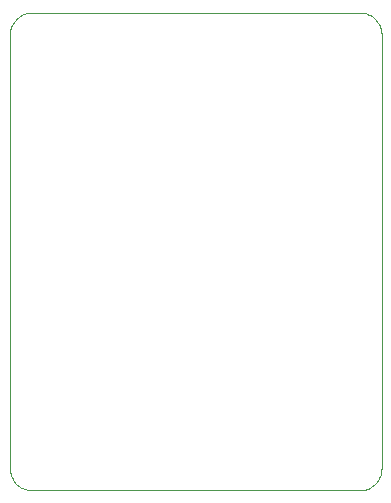
<source format=gbr>
%TF.GenerationSoftware,KiCad,Pcbnew,(5.1.6-0-10_14)*%
%TF.CreationDate,2020-08-20T18:16:30+02:00*%
%TF.ProjectId,USBCWrover,55534243-5772-46f7-9665-722e6b696361,rev?*%
%TF.SameCoordinates,Original*%
%TF.FileFunction,Profile,NP*%
%FSLAX46Y46*%
G04 Gerber Fmt 4.6, Leading zero omitted, Abs format (unit mm)*
G04 Created by KiCad (PCBNEW (5.1.6-0-10_14)) date 2020-08-20 18:16:30*
%MOMM*%
%LPD*%
G01*
G04 APERTURE LIST*
%TA.AperFunction,Profile*%
%ADD10C,0.100000*%
%TD*%
G04 APERTURE END LIST*
D10*
X156702881Y-143349108D02*
X156697667Y-143489449D01*
X156697667Y-143489449D02*
X156682169Y-143628186D01*
X156682169Y-143628186D02*
X156656605Y-143764794D01*
X156656605Y-143764794D02*
X156621190Y-143898751D01*
X156621190Y-143898751D02*
X156576141Y-144029535D01*
X156576141Y-144029535D02*
X156521676Y-144156622D01*
X156521676Y-144156622D02*
X156458009Y-144279489D01*
X156458009Y-144279489D02*
X156385358Y-144397615D01*
X156385358Y-144397615D02*
X156303940Y-144510475D01*
X156303940Y-144510475D02*
X156213971Y-144617547D01*
X156213971Y-144617547D02*
X156149348Y-144685456D01*
X127128771Y-145238989D02*
X126988429Y-145233775D01*
X126988429Y-145233775D02*
X126849692Y-145218277D01*
X126849692Y-145218277D02*
X126713084Y-145192713D01*
X126713084Y-145192713D02*
X126579127Y-145157298D01*
X126579127Y-145157298D02*
X126448343Y-145112249D01*
X126448343Y-145112249D02*
X126321256Y-145057784D01*
X126321256Y-145057784D02*
X126198389Y-144994117D01*
X126198389Y-144994117D02*
X126080263Y-144921466D01*
X126080263Y-144921466D02*
X125967403Y-144840048D01*
X125967403Y-144840048D02*
X125860331Y-144750079D01*
X125860331Y-144750079D02*
X125792423Y-144685456D01*
X156702881Y-106664881D02*
X156702881Y-143349108D01*
X156149348Y-105328533D02*
X156244897Y-105431456D01*
X156244897Y-105431456D02*
X156332040Y-105540516D01*
X156332040Y-105540516D02*
X156410560Y-105655189D01*
X156410560Y-105655189D02*
X156480240Y-105774953D01*
X156480240Y-105774953D02*
X156540864Y-105899286D01*
X156540864Y-105899286D02*
X156592215Y-106027663D01*
X156592215Y-106027663D02*
X156634076Y-106159562D01*
X156634076Y-106159562D02*
X156666231Y-106294461D01*
X156666231Y-106294461D02*
X156688464Y-106431837D01*
X156688464Y-106431837D02*
X156700558Y-106571167D01*
X156700558Y-106571167D02*
X156702881Y-106664881D01*
X127128771Y-104775000D02*
X154813000Y-104775000D01*
X127128771Y-104775000D02*
X127128771Y-104775000D01*
X125238890Y-143349108D02*
X125238890Y-106664881D01*
X125792423Y-105328533D02*
X125895346Y-105232983D01*
X125895346Y-105232983D02*
X126004406Y-105145840D01*
X126004406Y-105145840D02*
X126119079Y-105067320D01*
X126119079Y-105067320D02*
X126238843Y-104997640D01*
X126238843Y-104997640D02*
X126363176Y-104937016D01*
X126363176Y-104937016D02*
X126491553Y-104885665D01*
X126491553Y-104885665D02*
X126623452Y-104843804D01*
X126623452Y-104843804D02*
X126758351Y-104811649D01*
X126758351Y-104811649D02*
X126895727Y-104789416D01*
X126895727Y-104789416D02*
X127035057Y-104777322D01*
X127035057Y-104777322D02*
X127128771Y-104775000D01*
X125238890Y-106664881D02*
X125244103Y-106524539D01*
X125244103Y-106524539D02*
X125259601Y-106385802D01*
X125259601Y-106385802D02*
X125285165Y-106249194D01*
X125285165Y-106249194D02*
X125320580Y-106115237D01*
X125320580Y-106115237D02*
X125365629Y-105984453D01*
X125365629Y-105984453D02*
X125420094Y-105857366D01*
X125420094Y-105857366D02*
X125483761Y-105734499D01*
X125483761Y-105734499D02*
X125556412Y-105616373D01*
X125556412Y-105616373D02*
X125637830Y-105503513D01*
X125637830Y-105503513D02*
X125727799Y-105396441D01*
X125727799Y-105396441D02*
X125792423Y-105328533D01*
X154813000Y-145238989D02*
X127128771Y-145238989D01*
X125792423Y-144685456D02*
X125696873Y-144582532D01*
X125696873Y-144582532D02*
X125609730Y-144473472D01*
X125609730Y-144473472D02*
X125531210Y-144358799D01*
X125531210Y-144358799D02*
X125461530Y-144239035D01*
X125461530Y-144239035D02*
X125400906Y-144114702D01*
X125400906Y-144114702D02*
X125349555Y-143986325D01*
X125349555Y-143986325D02*
X125307694Y-143854426D01*
X125307694Y-143854426D02*
X125275539Y-143719527D01*
X125275539Y-143719527D02*
X125253306Y-143582151D01*
X125253306Y-143582151D02*
X125241212Y-143442821D01*
X125241212Y-143442821D02*
X125238890Y-143349108D01*
X156149348Y-144685456D02*
X156046424Y-144781005D01*
X156046424Y-144781005D02*
X155937364Y-144868148D01*
X155937364Y-144868148D02*
X155822691Y-144946668D01*
X155822691Y-144946668D02*
X155702927Y-145016348D01*
X155702927Y-145016348D02*
X155578594Y-145076972D01*
X155578594Y-145076972D02*
X155450217Y-145128323D01*
X155450217Y-145128323D02*
X155318318Y-145170184D01*
X155318318Y-145170184D02*
X155183419Y-145202339D01*
X155183419Y-145202339D02*
X155046043Y-145224572D01*
X155046043Y-145224572D02*
X154906713Y-145236666D01*
X154906713Y-145236666D02*
X154813000Y-145238989D01*
X154813000Y-104775000D02*
X154953341Y-104780213D01*
X154953341Y-104780213D02*
X155092078Y-104795711D01*
X155092078Y-104795711D02*
X155228686Y-104821275D01*
X155228686Y-104821275D02*
X155362643Y-104856690D01*
X155362643Y-104856690D02*
X155493427Y-104901739D01*
X155493427Y-104901739D02*
X155620514Y-104956204D01*
X155620514Y-104956204D02*
X155743381Y-105019871D01*
X155743381Y-105019871D02*
X155861507Y-105092522D01*
X155861507Y-105092522D02*
X155974367Y-105173940D01*
X155974367Y-105173940D02*
X156081439Y-105263909D01*
X156081439Y-105263909D02*
X156149348Y-105328533D01*
M02*

</source>
